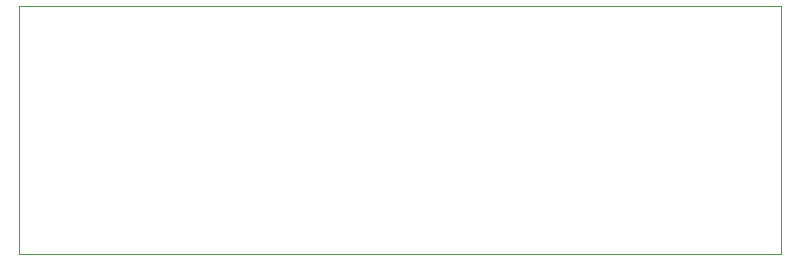
<source format=gbr>
%TF.GenerationSoftware,KiCad,Pcbnew,9.0.4*%
%TF.CreationDate,2025-10-31T12:34:43+05:30*%
%TF.ProjectId,5V_relay_module,35565f72-656c-4617-995f-6d6f64756c65,rev?*%
%TF.SameCoordinates,Original*%
%TF.FileFunction,Profile,NP*%
%FSLAX46Y46*%
G04 Gerber Fmt 4.6, Leading zero omitted, Abs format (unit mm)*
G04 Created by KiCad (PCBNEW 9.0.4) date 2025-10-31 12:34:43*
%MOMM*%
%LPD*%
G01*
G04 APERTURE LIST*
%TA.AperFunction,Profile*%
%ADD10C,0.050000*%
%TD*%
G04 APERTURE END LIST*
D10*
X113000000Y-112000000D02*
X177500000Y-112000000D01*
X177500000Y-133000000D01*
X113000000Y-133000000D01*
X113000000Y-112000000D01*
M02*

</source>
